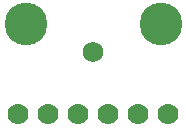
<source format=gbr>
G04 EAGLE Gerber RS-274X export*
G75*
%MOMM*%
%FSLAX34Y34*%
%LPD*%
%INSoldermask Top*%
%IPPOS*%
%AMOC8*
5,1,8,0,0,1.08239X$1,22.5*%
G01*
%ADD10C,3.617600*%
%ADD11C,1.726600*%
%ADD12C,1.778000*%


D10*
X149860Y101600D03*
D11*
X92710Y78220D03*
D12*
X156210Y25400D03*
X130810Y25400D03*
X105410Y25400D03*
X80010Y25400D03*
X54610Y25400D03*
X29210Y25400D03*
D10*
X35560Y101600D03*
M02*

</source>
